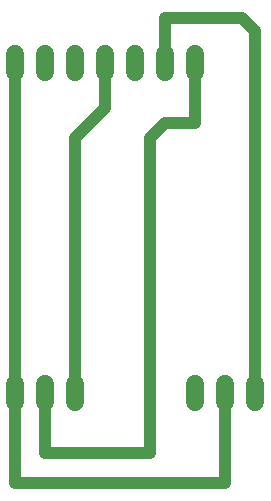
<source format=gbr>
G04 EAGLE Gerber RS-274X export*
G75*
%MOMM*%
%FSLAX34Y34*%
%LPD*%
%INBottom Copper*%
%IPPOS*%
%AMOC8*
5,1,8,0,0,1.08239X$1,22.5*%
G01*
%ADD10C,1.524000*%
%ADD11C,1.016000*%


D10*
X63500Y198120D02*
X63500Y182880D01*
X88900Y182880D02*
X88900Y198120D01*
X114300Y198120D02*
X114300Y182880D01*
X266700Y182880D02*
X266700Y198120D01*
X241300Y198120D02*
X241300Y182880D01*
X215900Y182880D02*
X215900Y198120D01*
X215900Y462280D02*
X215900Y477520D01*
X190500Y477520D02*
X190500Y462280D01*
X165100Y462280D02*
X165100Y477520D01*
X139700Y477520D02*
X139700Y462280D01*
X114300Y462280D02*
X114300Y477520D01*
X88900Y477520D02*
X88900Y462280D01*
X63500Y462280D02*
X63500Y477520D01*
D11*
X63500Y469900D02*
X63500Y190500D01*
X63500Y114300D01*
X241300Y114300D01*
X241300Y190500D01*
X266700Y190500D02*
X266700Y496824D01*
X255524Y508000D01*
X190500Y508000D01*
X190500Y469900D01*
X88900Y190500D02*
X88900Y139700D01*
X177800Y139700D01*
X177800Y406400D01*
X190500Y419100D01*
X215900Y419100D01*
X215900Y469900D01*
X114300Y406400D02*
X114300Y190500D01*
X114300Y406400D02*
X139700Y431800D01*
X139700Y469900D01*
M02*

</source>
